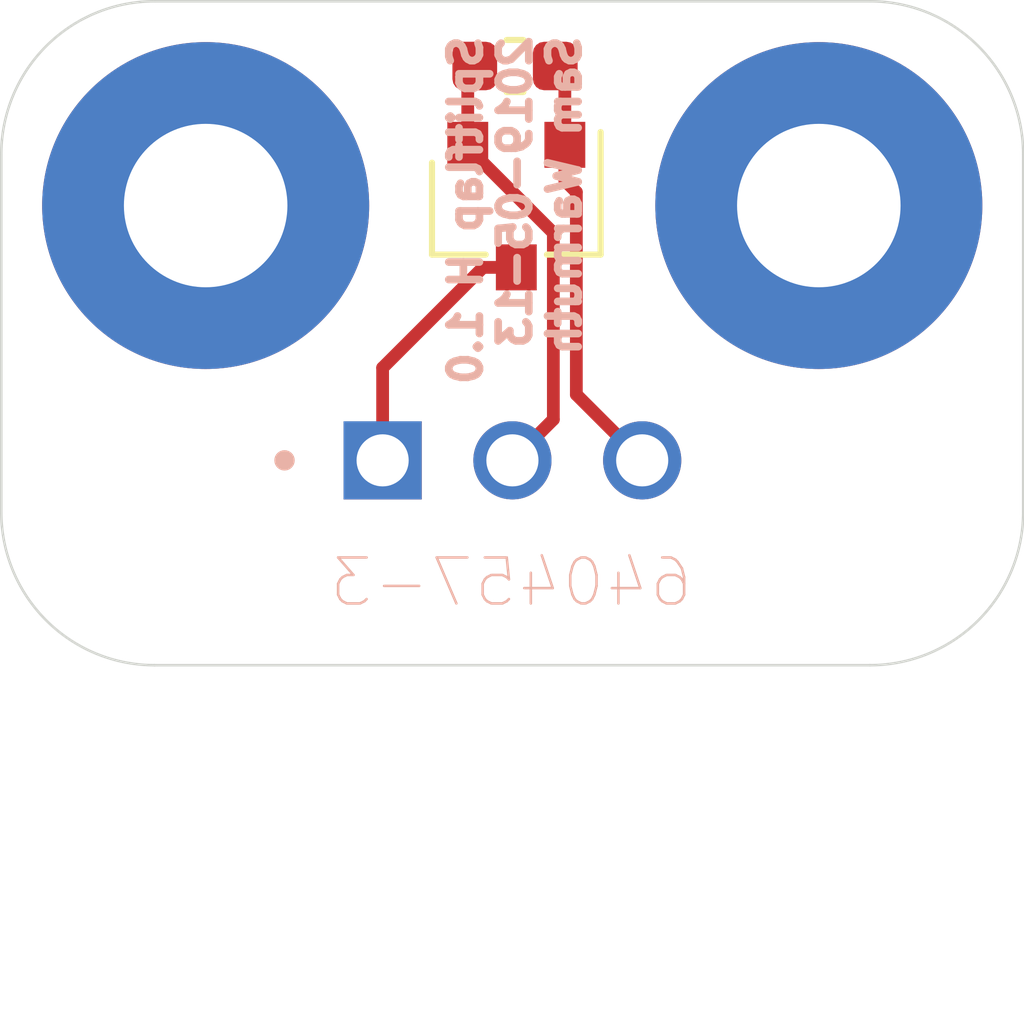
<source format=kicad_pcb>
(kicad_pcb (version 20171130) (host pcbnew "(5.1.0-0)")

  (general
    (thickness 0.8)
    (drawings 9)
    (tracks 16)
    (zones 0)
    (modules 5)
    (nets 6)
  )

  (page A4)
  (layers
    (0 F.Cu signal)
    (31 B.Cu signal)
    (32 B.Adhes user)
    (33 F.Adhes user)
    (34 B.Paste user)
    (35 F.Paste user)
    (36 B.SilkS user)
    (37 F.SilkS user)
    (38 B.Mask user)
    (39 F.Mask user)
    (40 Dwgs.User user)
    (41 Cmts.User user)
    (42 Eco1.User user)
    (43 Eco2.User user)
    (44 Edge.Cuts user)
    (45 Margin user)
    (46 B.CrtYd user)
    (47 F.CrtYd user)
    (48 B.Fab user)
    (49 F.Fab user)
  )

  (setup
    (last_trace_width 0.25)
    (trace_clearance 0.2)
    (zone_clearance 0.508)
    (zone_45_only no)
    (trace_min 0.2)
    (via_size 0.8)
    (via_drill 0.4)
    (via_min_size 0.4)
    (via_min_drill 0.3)
    (uvia_size 0.3)
    (uvia_drill 0.1)
    (uvias_allowed no)
    (uvia_min_size 0.2)
    (uvia_min_drill 0.1)
    (edge_width 0.05)
    (segment_width 0.2)
    (pcb_text_width 0.3)
    (pcb_text_size 1.5 1.5)
    (mod_edge_width 0.12)
    (mod_text_size 1 1)
    (mod_text_width 0.15)
    (pad_size 1.524 1.524)
    (pad_drill 0.762)
    (pad_to_mask_clearance 0.051)
    (solder_mask_min_width 0.25)
    (aux_axis_origin 0 0)
    (visible_elements FFFFFF7F)
    (pcbplotparams
      (layerselection 0x010fc_ffffffff)
      (usegerberextensions false)
      (usegerberattributes false)
      (usegerberadvancedattributes false)
      (creategerberjobfile false)
      (excludeedgelayer true)
      (linewidth 0.100000)
      (plotframeref false)
      (viasonmask false)
      (mode 1)
      (useauxorigin false)
      (hpglpennumber 1)
      (hpglpenspeed 20)
      (hpglpendiameter 15.000000)
      (psnegative false)
      (psa4output false)
      (plotreference true)
      (plotvalue true)
      (plotinvisibletext false)
      (padsonsilk false)
      (subtractmaskfromsilk false)
      (outputformat 1)
      (mirror false)
      (drillshape 0)
      (scaleselection 1)
      (outputdirectory ""))
  )

  (net 0 "")
  (net 1 +5V)
  (net 2 GND)
  (net 3 "Net-(J1-Pad1)")
  (net 4 "Net-(H1-Pad1)")
  (net 5 "Net-(H2-Pad1)")

  (net_class Default "This is the default net class."
    (clearance 0.2)
    (trace_width 0.25)
    (via_dia 0.8)
    (via_drill 0.4)
    (uvia_dia 0.3)
    (uvia_drill 0.1)
    (add_net +5V)
    (add_net GND)
    (add_net "Net-(H1-Pad1)")
    (add_net "Net-(H2-Pad1)")
    (add_net "Net-(J1-Pad1)")
  )

  (module splitflap-hall-pcb:TE_640457-3 (layer B.Cu) (tedit 5CD9D588) (tstamp 5CDA1640)
    (at 84.4634 88.989 180)
    (path /5CD9CF0E)
    (fp_text reference J1 (at -4.81 2.74 180) (layer B.SilkS) hide
      (effects (font (size 1 1) (thickness 0.05)) (justify mirror))
    )
    (fp_text value 640457-3 (at -2.5146 -2.3876 180) (layer B.SilkS)
      (effects (font (size 0.9 0.9) (thickness 0.05)) (justify mirror))
    )
    (fp_line (start -6.35 -10.48) (end -6.35 -0.7) (layer Eco2.User) (width 0.127))
    (fp_line (start -6.35 -0.7) (end 1.27 -0.7) (layer Eco2.User) (width 0.127))
    (fp_line (start 1.27 -0.7) (end 1.27 -10.48) (layer Eco2.User) (width 0.127))
    (fp_line (start 1.27 -10.48) (end -6.35 -10.48) (layer Eco2.User) (width 0.127))
    (fp_line (start -6.35 -10.48) (end -6.35 -10.48) (layer Eco2.User) (width 0.127))
    (fp_line (start -6.35 -10.48) (end 1.27 -10.48) (layer Eco2.User) (width 0.127))
    (fp_line (start 1.27 -10.48) (end 1.27 -10.48) (layer Eco2.User) (width 0.127))
    (fp_line (start -6.6 -10.73) (end -6.6 1.105) (layer Eco1.User) (width 0.05))
    (fp_line (start -6.6 1.105) (end 1.52 1.105) (layer Eco1.User) (width 0.05))
    (fp_line (start 1.52 1.105) (end 1.52 -10.73) (layer Eco1.User) (width 0.05))
    (fp_line (start 1.52 -10.73) (end -6.6 -10.73) (layer Eco1.User) (width 0.05))
    (fp_circle (center 1.92 0) (end 2.02 0) (layer B.SilkS) (width 0.2))
    (fp_circle (center 1.92 0) (end 2.02 0) (layer Eco2.User) (width 0.2))
    (pad 1 thru_hole rect (at 0 0 180) (size 1.53 1.53) (drill 1.02) (layers *.Cu *.Mask)
      (net 3 "Net-(J1-Pad1)"))
    (pad 2 thru_hole circle (at -2.54 0 180) (size 1.53 1.53) (drill 1.02) (layers *.Cu *.Mask)
      (net 2 GND))
    (pad 3 thru_hole circle (at -5.08 0 180) (size 1.53 1.53) (drill 1.02) (layers *.Cu *.Mask)
      (net 1 +5V))
    (model ${KIPRJMOD}/custom_components/640457-3/c-0640457-03-s-3d.stp
      (offset (xyz -2.54 -3.22 2.6))
      (scale (xyz 1 1 1))
      (rotate (xyz -90 0 0))
    )
  )

  (module Capacitor_SMD:C_0603_1608Metric (layer F.Cu) (tedit 5B301BBE) (tstamp 5CDA1C56)
    (at 87.0543 81.2674 180)
    (descr "Capacitor SMD 0603 (1608 Metric), square (rectangular) end terminal, IPC_7351 nominal, (Body size source: http://www.tortai-tech.com/upload/download/2011102023233369053.pdf), generated with kicad-footprint-generator")
    (tags capacitor)
    (path /5CD99F06)
    (attr smd)
    (fp_text reference C1 (at 0.6097 -0.3048 180) (layer F.SilkS) hide
      (effects (font (size 1 1) (thickness 0.15)))
    )
    (fp_text value 0.1uF (at 1.8543 -0.0254 90) (layer F.Fab)
      (effects (font (size 0.5 0.5) (thickness 0.125)))
    )
    (fp_line (start -0.8 0.4) (end -0.8 -0.4) (layer F.Fab) (width 0.1))
    (fp_line (start -0.8 -0.4) (end 0.8 -0.4) (layer F.Fab) (width 0.1))
    (fp_line (start 0.8 -0.4) (end 0.8 0.4) (layer F.Fab) (width 0.1))
    (fp_line (start 0.8 0.4) (end -0.8 0.4) (layer F.Fab) (width 0.1))
    (fp_line (start -0.162779 -0.51) (end 0.162779 -0.51) (layer F.SilkS) (width 0.12))
    (fp_line (start -0.162779 0.51) (end 0.162779 0.51) (layer F.SilkS) (width 0.12))
    (fp_line (start -1.48 0.73) (end -1.48 -0.73) (layer F.CrtYd) (width 0.05))
    (fp_line (start -1.48 -0.73) (end 1.48 -0.73) (layer F.CrtYd) (width 0.05))
    (fp_line (start 1.48 -0.73) (end 1.48 0.73) (layer F.CrtYd) (width 0.05))
    (fp_line (start 1.48 0.73) (end -1.48 0.73) (layer F.CrtYd) (width 0.05))
    (fp_text user %R (at 0 0 180) (layer F.Fab)
      (effects (font (size 0.4 0.4) (thickness 0.06)))
    )
    (pad 1 smd roundrect (at -0.7875 0 180) (size 0.875 0.95) (layers F.Cu F.Paste F.Mask) (roundrect_rratio 0.25)
      (net 1 +5V))
    (pad 2 smd roundrect (at 0.7875 0 180) (size 0.875 0.95) (layers F.Cu F.Paste F.Mask) (roundrect_rratio 0.25)
      (net 2 GND))
    (model ${KISYS3DMOD}/Capacitor_SMD.3dshapes/C_0603_1608Metric.wrl
      (at (xyz 0 0 0))
      (scale (xyz 1 1 1))
      (rotate (xyz 0 0 0))
    )
  )

  (module MountingHole:MountingHole_3.2mm_M3_Pad (layer F.Cu) (tedit 56D1B4CB) (tstamp 5CD9D2F3)
    (at 81 84 90)
    (descr "Mounting Hole 3.2mm, M3")
    (tags "mounting hole 3.2mm m3")
    (path /5CD9C9A7)
    (attr virtual)
    (fp_text reference H1 (at 0 -4.2 90) (layer F.SilkS) hide
      (effects (font (size 1 1) (thickness 0.15)))
    )
    (fp_text value MountingHole_Pad (at 0 4.2 90) (layer F.Fab) hide
      (effects (font (size 1 1) (thickness 0.15)))
    )
    (fp_circle (center 0 0) (end 3.45 0) (layer F.CrtYd) (width 0.05))
    (fp_circle (center 0 0) (end 3.2 0) (layer Cmts.User) (width 0.15))
    (fp_text user %R (at 0.3 0 90) (layer F.Fab)
      (effects (font (size 1 1) (thickness 0.15)))
    )
    (pad 1 thru_hole circle (at 0 0 90) (size 6.4 6.4) (drill 3.2) (layers *.Cu *.Mask)
      (net 4 "Net-(H1-Pad1)"))
  )

  (module MountingHole:MountingHole_3.2mm_M3_Pad (layer F.Cu) (tedit 56D1B4CB) (tstamp 5CDA1270)
    (at 93 84 90)
    (descr "Mounting Hole 3.2mm, M3")
    (tags "mounting hole 3.2mm m3")
    (path /5CD9C639)
    (attr virtual)
    (fp_text reference H2 (at -5.1054 -0.2286 90) (layer F.SilkS) hide
      (effects (font (size 1 1) (thickness 0.15)))
    )
    (fp_text value MountingHole_Pad (at 0 4.2 90) (layer F.Fab) hide
      (effects (font (size 1 1) (thickness 0.15)))
    )
    (fp_text user %R (at 1.4986 -2.4892 90) (layer F.Fab) hide
      (effects (font (size 1 1) (thickness 0.15)))
    )
    (fp_circle (center 0 0) (end 3.2 0) (layer Cmts.User) (width 0.15))
    (fp_circle (center 0 0) (end 3.45 0) (layer F.CrtYd) (width 0.05))
    (pad 1 thru_hole circle (at 0 0 90) (size 6.4 6.4) (drill 3.2) (layers *.Cu *.Mask)
      (net 5 "Net-(H2-Pad1)"))
  )

  (module Package_TO_SOT_SMD:SC-59 (layer F.Cu) (tedit 5A02FF57) (tstamp 5CD9D258)
    (at 87.0796 84.0106 270)
    (descr "SC-59, https://lib.chipdip.ru/images/import_diod/original/SOT-23_SC-59.jpg")
    (tags SC-59)
    (path /5CD98B85)
    (attr smd)
    (fp_text reference U1 (at 2.794 -3.1496 270) (layer F.SilkS) hide
      (effects (font (size 1 1) (thickness 0.15)))
    )
    (fp_text value AH1806-W (at 2.7178 0.254) (layer F.Fab)
      (effects (font (size 0.75 0.75) (thickness 0.15)))
    )
    (fp_text user %R (at 0 0) (layer F.Fab)
      (effects (font (size 0.5 0.5) (thickness 0.075)))
    )
    (fp_line (start -0.85 1.55) (end -0.85 -1) (layer F.Fab) (width 0.1))
    (fp_line (start -1.45 -1.65) (end 0.95 -1.65) (layer F.SilkS) (width 0.12))
    (fp_line (start 0.95 -1.65) (end 0.95 -0.6) (layer F.SilkS) (width 0.12))
    (fp_line (start -0.85 1.65) (end 0.95 1.65) (layer F.SilkS) (width 0.12))
    (fp_line (start 0.95 1.65) (end 0.95 0.6) (layer F.SilkS) (width 0.12))
    (fp_line (start -0.85 1.55) (end 0.85 1.55) (layer F.Fab) (width 0.1))
    (fp_line (start -0.3 -1.55) (end -0.85 -1) (layer F.Fab) (width 0.1))
    (fp_line (start -0.3 -1.55) (end 0.85 -1.55) (layer F.Fab) (width 0.1))
    (fp_line (start 0.85 -1.52) (end 0.85 1.52) (layer F.Fab) (width 0.1))
    (fp_line (start -1.9 -1.8) (end 1.9 -1.8) (layer F.CrtYd) (width 0.05))
    (fp_line (start -1.9 -1.8) (end -1.9 1.8) (layer F.CrtYd) (width 0.05))
    (fp_line (start 1.9 1.8) (end 1.9 -1.8) (layer F.CrtYd) (width 0.05))
    (fp_line (start 1.9 1.8) (end -1.9 1.8) (layer F.CrtYd) (width 0.05))
    (pad 1 smd rect (at -1.2 -0.95 270) (size 0.9 0.8) (layers F.Cu F.Paste F.Mask)
      (net 1 +5V))
    (pad 2 smd rect (at -1.2 0.95 270) (size 0.9 0.8) (layers F.Cu F.Paste F.Mask)
      (net 2 GND))
    (pad 3 smd rect (at 1.2 0 270) (size 0.9 0.8) (layers F.Cu F.Paste F.Mask)
      (net 3 "Net-(J1-Pad1)"))
    (model ${KISYS3DMOD}/Package_TO_SOT_SMD.3dshapes/SC-59.wrl
      (at (xyz 0 0 0))
      (scale (xyz 1 1 1))
      (rotate (xyz 0 0 0))
    )
  )

  (gr_text "Splitflap H 1.0\n2019-05-13\nSam Warmuth" (at 87.0542 80.607 90) (layer B.SilkS)
    (effects (font (size 0.6 0.6) (thickness 0.15)) (justify left mirror))
  )
  (gr_arc (start 94 90) (end 97 90) (angle 90) (layer Edge.Cuts) (width 0.05) (tstamp 5CDA1D98))
  (gr_arc (start 80 90) (end 80 93) (angle 90) (layer Edge.Cuts) (width 0.05) (tstamp 5CDA1D83))
  (gr_arc (start 94 83) (end 94 80) (angle 90) (layer Edge.Cuts) (width 0.05) (tstamp 5CDA1D46))
  (gr_arc (start 80 83) (end 77 83) (angle 90) (layer Edge.Cuts) (width 0.05))
  (gr_line (start 97 90) (end 97 83) (layer Edge.Cuts) (width 0.05))
  (gr_line (start 94 93) (end 80 93) (layer Edge.Cuts) (width 0.05) (tstamp 5CDA17F1))
  (gr_line (start 80 80) (end 94 80) (layer Edge.Cuts) (width 0.05))
  (gr_line (start 77 90) (end 77 83) (layer Edge.Cuts) (width 0.05))

  (segment (start 89.5434 88.481) (end 89.5434 88.989) (width 0.25) (layer F.Cu) (net 1))
  (segment (start 88.0296 81.4552) (end 87.8418 81.2674) (width 0.25) (layer F.Cu) (net 1))
  (segment (start 88.0296 82.8106) (end 88.0296 81.4552) (width 0.25) (layer F.Cu) (net 1))
  (segment (start 88.0296 83.5106) (end 88.0296 82.8106) (width 0.25) (layer F.Cu) (net 1))
  (segment (start 88.254611 87.700211) (end 88.254611 83.735611) (width 0.25) (layer F.Cu) (net 1))
  (segment (start 88.254611 83.735611) (end 88.0296 83.5106) (width 0.25) (layer F.Cu) (net 1))
  (segment (start 89.5434 88.989) (end 88.254611 87.700211) (width 0.25) (layer F.Cu) (net 1))
  (segment (start 86.1296 81.4046) (end 86.2668 81.2674) (width 0.25) (layer F.Cu) (net 2))
  (segment (start 86.1296 82.8106) (end 86.1296 81.4046) (width 0.25) (layer F.Cu) (net 2))
  (segment (start 86.1296 82.8606) (end 86.1296 82.8106) (width 0.25) (layer F.Cu) (net 2))
  (segment (start 87.804601 84.535601) (end 86.1296 82.8606) (width 0.25) (layer F.Cu) (net 2))
  (segment (start 87.804601 88.187799) (end 87.804601 84.535601) (width 0.25) (layer F.Cu) (net 2))
  (segment (start 87.0034 88.989) (end 87.804601 88.187799) (width 0.25) (layer F.Cu) (net 2))
  (segment (start 86.4296 85.2106) (end 87.0796 85.2106) (width 0.25) (layer F.Cu) (net 3))
  (segment (start 84.4634 87.1768) (end 86.4296 85.2106) (width 0.25) (layer F.Cu) (net 3))
  (segment (start 84.4634 88.989) (end 84.4634 87.1768) (width 0.25) (layer F.Cu) (net 3))

)

</source>
